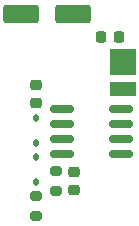
<source format=gtp>
G04 #@! TF.GenerationSoftware,KiCad,Pcbnew,8.0.1*
G04 #@! TF.CreationDate,2024-07-10T16:12:50+08:00*
G04 #@! TF.ProjectId,555Sandbox,35353553-616e-4646-926f-782e6b696361,1.0.0*
G04 #@! TF.SameCoordinates,Original*
G04 #@! TF.FileFunction,Paste,Top*
G04 #@! TF.FilePolarity,Positive*
%FSLAX46Y46*%
G04 Gerber Fmt 4.6, Leading zero omitted, Abs format (unit mm)*
G04 Created by KiCad (PCBNEW 8.0.1) date 2024-07-10 16:12:50*
%MOMM*%
%LPD*%
G01*
G04 APERTURE LIST*
G04 Aperture macros list*
%AMRoundRect*
0 Rectangle with rounded corners*
0 $1 Rounding radius*
0 $2 $3 $4 $5 $6 $7 $8 $9 X,Y pos of 4 corners*
0 Add a 4 corners polygon primitive as box body*
4,1,4,$2,$3,$4,$5,$6,$7,$8,$9,$2,$3,0*
0 Add four circle primitives for the rounded corners*
1,1,$1+$1,$2,$3*
1,1,$1+$1,$4,$5*
1,1,$1+$1,$6,$7*
1,1,$1+$1,$8,$9*
0 Add four rect primitives between the rounded corners*
20,1,$1+$1,$2,$3,$4,$5,0*
20,1,$1+$1,$4,$5,$6,$7,0*
20,1,$1+$1,$6,$7,$8,$9,0*
20,1,$1+$1,$8,$9,$2,$3,0*%
G04 Aperture macros list end*
%ADD10RoundRect,0.150000X0.825000X0.150000X-0.825000X0.150000X-0.825000X-0.150000X0.825000X-0.150000X0*%
%ADD11R,2.200000X2.200000*%
%ADD12R,2.200000X1.250000*%
%ADD13RoundRect,0.250000X-1.250000X-0.550000X1.250000X-0.550000X1.250000X0.550000X-1.250000X0.550000X0*%
%ADD14RoundRect,0.200000X-0.275000X0.200000X-0.275000X-0.200000X0.275000X-0.200000X0.275000X0.200000X0*%
%ADD15RoundRect,0.225000X0.225000X0.250000X-0.225000X0.250000X-0.225000X-0.250000X0.225000X-0.250000X0*%
%ADD16RoundRect,0.200000X0.275000X-0.200000X0.275000X0.200000X-0.275000X0.200000X-0.275000X-0.200000X0*%
%ADD17RoundRect,0.225000X0.250000X-0.225000X0.250000X0.225000X-0.250000X0.225000X-0.250000X-0.225000X0*%
%ADD18RoundRect,0.225000X-0.250000X0.225000X-0.250000X-0.225000X0.250000X-0.225000X0.250000X0.225000X0*%
%ADD19RoundRect,0.112500X-0.112500X0.187500X-0.112500X-0.187500X0.112500X-0.187500X0.112500X0.187500X0*%
G04 APERTURE END LIST*
D10*
X94300000Y-85470000D03*
X94300000Y-84200000D03*
X94300000Y-82930000D03*
X94300000Y-81660000D03*
X89350000Y-81660000D03*
X89350000Y-82930000D03*
X89350000Y-84200000D03*
X89350000Y-85470000D03*
D11*
X94500000Y-77700000D03*
D12*
X94500000Y-79975000D03*
D13*
X85850000Y-73650000D03*
X90250000Y-73650000D03*
D14*
X87125000Y-89075000D03*
X87125000Y-90725000D03*
D15*
X94150000Y-75600000D03*
X92600000Y-75600000D03*
D16*
X88825000Y-88600000D03*
X88825000Y-86950000D03*
D17*
X87100000Y-81175000D03*
X87100000Y-79625000D03*
D18*
X90300000Y-86975000D03*
X90300000Y-88525000D03*
D19*
X87125000Y-82450000D03*
X87125000Y-84550000D03*
X87125000Y-85750000D03*
X87125000Y-87850000D03*
M02*

</source>
